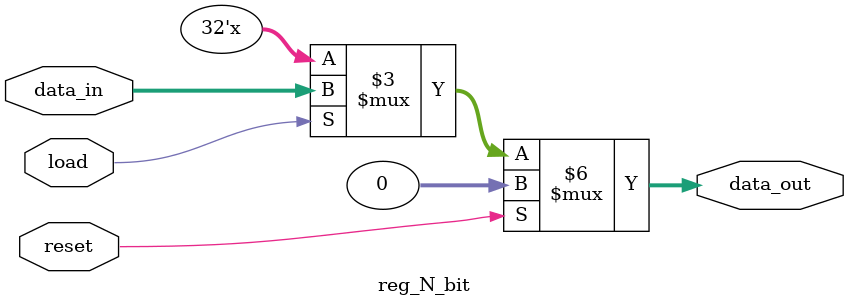
<source format=v>
module reg_N_bit (reset, load, data_in, data_out);

parameter N=32;

input reset, load; 
input [N-1:0] data_in;
output reg [N-1:0] data_out;

	always @ (*)
	begin
	if (reset) 
		data_out <= 0;
	else if (load == 1)
		data_out <= data_in;
	end
		
endmodule
	

</source>
